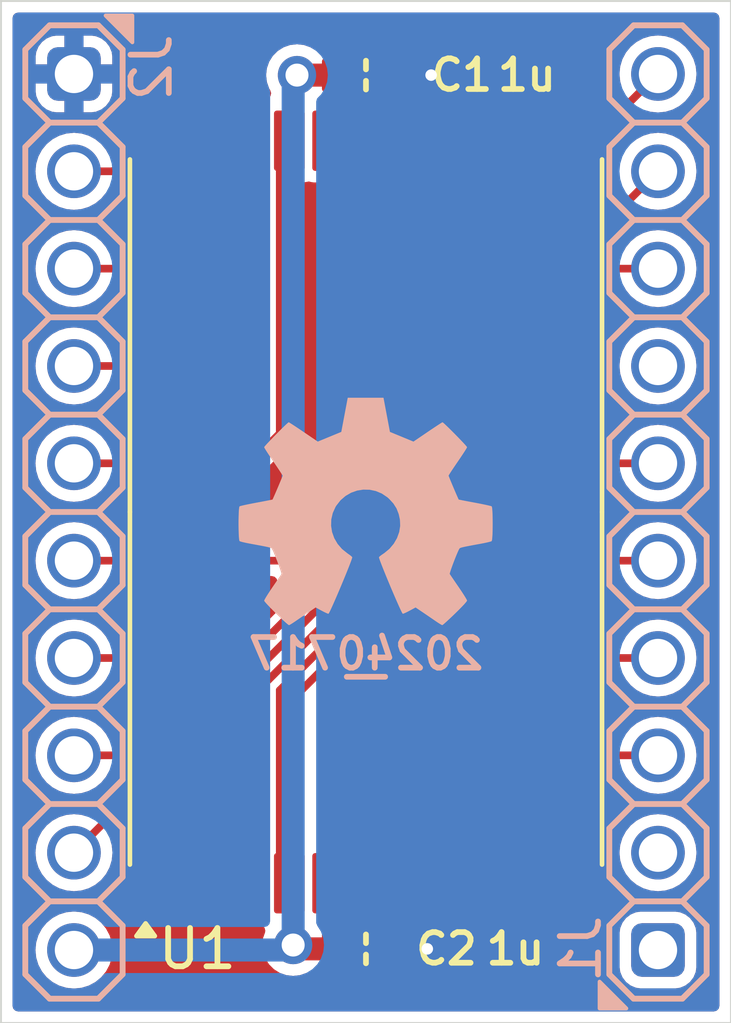
<source format=kicad_pcb>
(kicad_pcb (version 20240108) (generator "pcbnew") (generator_version "8.0")
  (layers (0 "F.Cu" mixed) (31 "B.Cu" mixed) (34 "B.Paste" user) (35 "F.Paste" user) (36 "B.SilkS" user "B.Silkscreen") (37 "F.SilkS" user "F.Silkscreen") (38 "B.Mask" user) (39 "F.Mask" user) (44 "Edge.Cuts" user))
  (net 0 "")
  (net 1 "/VCC")
  (net 2 "/VSS")
  (net 3 "/CLE")
  (net 4 "/!WE")
  (net 5 "/!WP")
  (net 8 "/!CE")
  (net 9 "/R{slash}!B")
  (net 10 "/ALE")
  (net 11 "/!RE")
  (net 12 "/I{slash}O5")
  (net 13 "/I{slash}O7")
  (net 14 "/I{slash}O6")
  (net 15 "/I{slash}O3")
  (net 16 "/I{slash}O4")
  (net 17 "/I{slash}O1")
  (net 18 "/I{slash}O2")
  (net 19 "/I{slash}O0")
  (footprint "SquantorCapacitor:C_0603" (layer "F.Cu") (at 50.8 39.4)
    (property "Reference" "C1" (at 2.5 0 0) (layer "F.SilkS") (effects (font (size 0.8 0.8))))
    (property "Value" "1u" (at 4.2 0 0) (layer "F.SilkS") (effects (font (size 0.8 0.8))))
    (fp_line (start 0 -0.15) (end 0 -0.375) (stroke (width 0.15)) (layer "F.SilkS"))
    (fp_line (start 0 0.375) (end 0 0.15) (stroke (width 0.15)) (layer "F.SilkS"))
    (pad "1" smd roundrect (at -0.75 0) (size 0.8 0.9) (layers "F.Cu" "F.Paste" "F.Mask") (roundrect_rratio 0.125) (net 1 "/VCC"))
    (pad "2" smd roundrect (at 0.75 0) (size 0.8 0.9) (layers "F.Cu" "F.Paste" "F.Mask") (roundrect_rratio 0.125) (net 2 "/VSS"))
  )
  (footprint "Package_SO:TSOP-I-48_18.4x12mm_P0.5mm" (layer "F.Cu") (at 50.8 50.8 90)
    (property "Reference" "U1" (at -11.4 -4.4 180) (layer "F.SilkS"))
    (property "Value" "~")
    (fp_line (start 0 -6.16) (end 9.2 -6.16) (stroke (width 0.12)) (layer "F.SilkS"))
    (fp_line (start 0 -6.16) (end -9.2 -6.16) (stroke (width 0.12)) (layer "F.SilkS"))
    (fp_line (start 0 6.16) (end 9.2 6.16) (stroke (width 0.12)) (layer "F.SilkS"))
    (fp_line (start 0 6.16) (end -9.2 6.16) (stroke (width 0.12)) (layer "F.SilkS"))
    (fp_poly (pts (xy -10.735 -5.75) (xy -11.065 -5.99) (xy -11.065 -5.51) (xy -10.735 -5.75)) (stroke (width 0.12)) (fill solid) (layer "F.SilkS"))
    (pad "1" smd roundrect (at -9.6875 -5.75 90) (size 1.575 0.3) (layers "F.Cu" "F.Paste" "F.Mask"))
    (pad "2" smd roundrect (at -9.6875 -5.25 90) (size 1.575 0.3) (layers "F.Cu" "F.Paste" "F.Mask"))
    (pad "3" smd roundrect (at -9.6875 -4.75 90) (size 1.575 0.3) (layers "F.Cu" "F.Paste" "F.Mask"))
    (pad "4" smd roundrect (at -9.6875 -4.25 90) (size 1.575 0.3) (layers "F.Cu" "F.Paste" "F.Mask"))
    (pad "5" smd roundrect (at -9.6875 -3.75 90) (size 1.575 0.3) (layers "F.Cu" "F.Paste" "F.Mask"))
    (pad "6" smd roundrect (at -9.6875 -3.25 90) (size 1.575 0.3) (layers "F.Cu" "F.Paste" "F.Mask"))
    (pad "7" smd roundrect (at -9.6875 -2.75 90) (size 1.575 0.3) (layers "F.Cu" "F.Paste" "F.Mask") (net 9 "/R{slash}!B"))
    (pad "8" smd roundrect (at -9.6875 -2.25 90) (size 1.575 0.3) (layers "F.Cu" "F.Paste" "F.Mask") (net 11 "/!RE"))
    (pad "9" smd roundrect (at -9.6875 -1.75 90) (size 1.575 0.3) (layers "F.Cu" "F.Paste" "F.Mask") (net 8 "/!CE"))
    (pad "10" smd roundrect (at -9.6875 -1.25 90) (size 1.575 0.3) (layers "F.Cu" "F.Paste" "F.Mask"))
    (pad "11" smd roundrect (at -9.6875 -0.75 90) (size 1.575 0.3) (layers "F.Cu" "F.Paste" "F.Mask"))
    (pad "12" smd roundrect (at -9.6875 -0.25 90) (size 1.575 0.3) (layers "F.Cu" "F.Paste" "F.Mask") (net 1 "/VCC"))
    (pad "13" smd roundrect (at -9.6875 0.25 90) (size 1.575 0.3) (layers "F.Cu" "F.Paste" "F.Mask") (net 2 "/VSS"))
    (pad "14" smd roundrect (at -9.6875 0.75 90) (size 1.575 0.3) (layers "F.Cu" "F.Paste" "F.Mask"))
    (pad "15" smd roundrect (at -9.6875 1.25 90) (size 1.575 0.3) (layers "F.Cu" "F.Paste" "F.Mask"))
    (pad "16" smd roundrect (at -9.6875 1.75 90) (size 1.575 0.3) (layers "F.Cu" "F.Paste" "F.Mask") (net 3 "/CLE"))
    (pad "17" smd roundrect (at -9.6875 2.25 90) (size 1.575 0.3) (layers "F.Cu" "F.Paste" "F.Mask") (net 10 "/ALE"))
    (pad "18" smd roundrect (at -9.6875 2.75 90) (size 1.575 0.3) (layers "F.Cu" "F.Paste" "F.Mask") (net 4 "/!WE"))
    (pad "19" smd roundrect (at -9.6875 3.25 90) (size 1.575 0.3) (layers "F.Cu" "F.Paste" "F.Mask") (net 5 "/!WP"))
    (pad "20" smd roundrect (at -9.6875 3.75 90) (size 1.575 0.3) (layers "F.Cu" "F.Paste" "F.Mask"))
    (pad "21" smd roundrect (at -9.6875 4.25 90) (size 1.575 0.3) (layers "F.Cu" "F.Paste" "F.Mask"))
    (pad "22" smd roundrect (at -9.6875 4.75 90) (size 1.575 0.3) (layers "F.Cu" "F.Paste" "F.Mask"))
    (pad "23" smd roundrect (at -9.6875 5.25 90) (size 1.575 0.3) (layers "F.Cu" "F.Paste" "F.Mask"))
    (pad "24" smd roundrect (at -9.6875 5.75 90) (size 1.575 0.3) (layers "F.Cu" "F.Paste" "F.Mask"))
    (pad "25" smd roundrect (at 9.6875 5.75 90) (size 1.575 0.3) (layers "F.Cu" "F.Paste" "F.Mask"))
    (pad "26" smd roundrect (at 9.6875 5.25 90) (size 1.575 0.3) (layers "F.Cu" "F.Paste" "F.Mask"))
    (pad "27" smd roundrect (at 9.6875 4.75 90) (size 1.575 0.3) (layers "F.Cu" "F.Paste" "F.Mask"))
    (pad "28" smd roundrect (at 9.6875 4.25 90) (size 1.575 0.3) (layers "F.Cu" "F.Paste" "F.Mask"))
    (pad "29" smd roundrect (at 9.6875 3.75 90) (size 1.575 0.3) (layers "F.Cu" "F.Paste" "F.Mask") (net 19 "/I{slash}O0"))
    (pad "30" smd roundrect (at 9.6875 3.25 90) (size 1.575 0.3) (layers "F.Cu" "F.Paste" "F.Mask") (net 17 "/I{slash}O1"))
    (pad "31" smd roundrect (at 9.6875 2.75 90) (size 1.575 0.3) (layers "F.Cu" "F.Paste" "F.Mask") (net 18 "/I{slash}O2"))
    (pad "32" smd roundrect (at 9.6875 2.25 90) (size 1.575 0.3) (layers "F.Cu" "F.Paste" "F.Mask") (net 15 "/I{slash}O3"))
    (pad "33" smd roundrect (at 9.6875 1.75 90) (size 1.575 0.3) (layers "F.Cu" "F.Paste" "F.Mask"))
    (pad "34" smd roundrect (at 9.6875 1.25 90) (size 1.575 0.3) (layers "F.Cu" "F.Paste" "F.Mask"))
    (pad "35" smd roundrect (at 9.6875 0.75 90) (size 1.575 0.3) (layers "F.Cu" "F.Paste" "F.Mask"))
    (pad "36" smd roundrect (at 9.6875 0.25 90) (size 1.575 0.3) (layers "F.Cu" "F.Paste" "F.Mask") (net 2 "/VSS"))
    (pad "37" smd roundrect (at 9.6875 -0.25 90) (size 1.575 0.3) (layers "F.Cu" "F.Paste" "F.Mask") (net 1 "/VCC"))
    (pad "38" smd roundrect (at 9.6875 -0.75 90) (size 1.575 0.3) (layers "F.Cu" "F.Paste" "F.Mask"))
    (pad "39" smd roundrect (at 9.6875 -1.25 90) (size 1.575 0.3) (layers "F.Cu" "F.Paste" "F.Mask"))
    (pad "40" smd roundrect (at 9.6875 -1.75 90) (size 1.575 0.3) (layers "F.Cu" "F.Paste" "F.Mask"))
    (pad "41" smd roundrect (at 9.6875 -2.25 90) (size 1.575 0.3) (layers "F.Cu" "F.Paste" "F.Mask") (net 16 "/I{slash}O4"))
    (pad "42" smd roundrect (at 9.6875 -2.75 90) (size 1.575 0.3) (layers "F.Cu" "F.Paste" "F.Mask") (net 12 "/I{slash}O5"))
    (pad "43" smd roundrect (at 9.6875 -3.25 90) (size 1.575 0.3) (layers "F.Cu" "F.Paste" "F.Mask") (net 14 "/I{slash}O6"))
    (pad "44" smd roundrect (at 9.6875 -3.75 90) (size 1.575 0.3) (layers "F.Cu" "F.Paste" "F.Mask") (net 13 "/I{slash}O7"))
    (pad "45" smd roundrect (at 9.6875 -4.25 90) (size 1.575 0.3) (layers "F.Cu" "F.Paste" "F.Mask"))
    (pad "46" smd roundrect (at 9.6875 -4.75 90) (size 1.575 0.3) (layers "F.Cu" "F.Paste" "F.Mask"))
    (pad "47" smd roundrect (at 9.6875 -5.25 90) (size 1.575 0.3) (layers "F.Cu" "F.Paste" "F.Mask"))
    (pad "48" smd roundrect (at 9.6875 -5.75 90) (size 1.575 0.3) (layers "F.Cu" "F.Paste" "F.Mask"))
  )
  (footprint "SquantorCapacitor:C_0603" (layer "F.Cu") (at 50.8 62.2)
    (property "Reference" "C2" (at 2.1 0 0) (layer "F.SilkS") (effects (font (size 0.8 0.8))))
    (property "Value" "1u" (at 3.9 0 0) (layer "F.SilkS") (effects (font (size 0.8 0.8))))
    (fp_line (start 0 -0.15) (end 0 -0.375) (stroke (width 0.15)) (layer "F.SilkS"))
    (fp_line (start 0 0.375) (end 0 0.15) (stroke (width 0.15)) (layer "F.SilkS"))
    (pad "1" smd roundrect (at -0.75 0) (size 0.8 0.9) (layers "F.Cu" "F.Paste" "F.Mask") (roundrect_rratio 0.125) (net 1 "/VCC"))
    (pad "2" smd roundrect (at 0.75 0) (size 0.8 0.9) (layers "F.Cu" "F.Paste" "F.Mask") (roundrect_rratio 0.125) (net 2 "/VSS"))
  )
  (footprint "SquantorLabels:Label_Generic" (layer "B.Cu") (at 50.8 54.5 180)
    (property "Reference" "N1" (hide yes))
    (property "Value" "20240717" (at 0 0 0) (layer "B.SilkS") (effects (font (size 0.8 0.8)) (justify mirror)))
    (fp_line (start 0.5 -0.6) (end -0.5 -0.6) (stroke (width 0.15)) (layer "B.SilkS"))
  )
  (footprint "Symbol:OSHW-Symbol_6.7x6mm_SilkScreen" (layer "B.Cu") (at 50.8 50.8 180)
    (property "Reference" "N2" (hide yes))
    (property "Value" "OHWLOGO" (hide yes))
    (fp_poly (pts (xy 0.555814 2.531069) (xy 0.639635 2.086445) (xy 0.94892 1.958947) (xy 1.258206 1.831449) (xy 1.629246 2.083754) (xy 1.733157 2.154004) (xy 1.827087 2.216728) (xy 1.906652 2.269062) (xy 1.96747 2.308143) (xy 2.005157 2.331107) (xy 2.015421 2.336058) (xy 2.03391 2.323324) (xy 2.07342 2.288118) (xy 2.129522 2.234938) (xy 2.197787 2.168282) (xy 2.273786 2.092646) (xy 2.353092 2.012528) (xy 2.431275 1.932426) (xy 2.503907 1.856836) (xy 2.566559 1.790255) (xy 2.614803 1.737182) (xy 2.64421 1.702113) (xy 2.651241 1.690377) (xy 2.641123 1.66874) (xy 2.612759 1.621338) (xy 2.569129 1.552807) (xy 2.513218 1.467785) (xy 2.448006 1.370907) (xy 2.410219 1.31565) (xy 2.341343 1.214752) (xy 2.28014 1.123701) (xy 2.229578 1.04703) (xy 2.192628 0.989272) (xy 2.172258 0.954957) (xy 2.169197 0.947746) (xy 2.176136 0.927252) (xy 2.195051 0.879487) (xy 2.223087 0.811168) (xy 2.257391 0.729011) (xy 2.295109 0.63973) (xy 2.333387 0.550042) (xy 2.36937 0.466662) (xy 2.400206 0.396306) (xy 2.423039 0.34569) (xy 2.435017 0.321529) (xy 2.435724 0.320578) (xy 2.454531 0.315964) (xy 2.504618 0.305672) (xy 2.580793 0.290713) (xy 2.677865 0.272099) (xy 2.790643 0.250841) (xy 2.856442 0.238582) (xy 2.97695 0.215638) (xy 3.085797 0.193805) (xy 3.177476 0.174278) (xy 3.246481 0.158252) (xy 3.287304 0.146921) (xy 3.295511 0.143326) (xy 3.303548 0.118994) (xy 3.310033 0.064041) (xy 3.31497 -0.015108) (xy 3.318364 -0.112026) (xy 3.320218 -0.220287) (xy 3.320538 -0.333465) (xy 3.319327 -0.445135) (xy 3.31659 -0.548868) (xy 3.312331 -0.638241) (xy 3.306555 -0.706826) (xy 3.299267 -0.748197) (xy 3.294895 -0.75681) (xy 3.268764 -0.767133) (xy 3.213393 -0.781892) (xy 3.136107 -0.799352) (xy 3.04423 -0.81778) (xy 3.012158 -0.823741) (xy 2.857524 -0.852066) (xy 2.735375 -0.874876) (xy 2.641673 -0.89308) (xy 2.572384 -0.907583) (xy 2.523471 -0.919292) (xy 2.490897 -0.929115) (xy 2.470628 -0.937956) (xy 2.458626 -0.946724) (xy 2.456947 -0.948457) (xy 2.440184 -0.976371) (xy 2.414614 -1.030695) (xy 2.382788 -1.104777) (xy 2.34726 -1.191965) (xy 2.310583 -1.285608) (xy 2.275311 -1.379052) (xy 2.243996 -1.465647) (xy 2.219193 -1.53874) (xy 2.203454 -1.591678) (xy 2.199332 -1.617811) (xy 2.199676 -1.618726) (xy 2.213641 -1.640086) (xy 2.245322 -1.687084) (xy 2.291391 -1.754827) (xy 2.348518 -1.838423) (xy 2.413373 -1.932982) (xy 2.431843 -1.959854) (xy 2.497699 -2.057275) (xy 2.55565 -2.146163) (xy 2.602538 -2.221412) (xy 2.635207 -2.27792) (xy 2.6505 -2.310581) (xy 2.651241 -2.314593) (xy 2.638392 -2.335684) (xy 2.602888 -2.377464) (xy 2.549293 -2.435445) (xy 2.482171 -2.505135) (xy 2.406087 -2.582045) (xy 2.325604 -2.661683) (xy 2.245287 -2.739561) (xy 2.169699 -2.811186) (xy 2.103405 -2.87207) (xy 2.050969 -2.917721) (xy 2.016955 -2.94365) (xy 2.007545 -2.947883) (xy 1.985643 -2.937912) (xy 1.9408 -2.91102) (xy 1.880321 -2.871736) (xy 1.833789 -2.840117) (xy 1.749475 -2.782098) (xy 1.649626 -2.713784) (xy 1.549473 -2.645579) (xy 1.495627 -2.609075) (xy 1.313371 -2.4858) (xy 1.160381 -2.56852) (xy 1.090682 -2.604759) (xy 1.031414 -2.632926) (xy 0.991311 -2.648991) (xy 0.981103 -2.651226) (xy 0.968829 -2.634722) (xy 0.944613 -2.588082) (xy 0.910263 -2.515609) (xy 0.867588 -2.421606) (xy 0.818394 -2.310374) (xy 0.76449 -2.186215) (xy 0.707684 -2.053432) (xy 0.649782 -1.916327) (xy 0.592593 -1.779202) (xy 0.537924 -1.646358) (xy 0.487584 -1.522098) (xy 0.44338 -1.410725) (xy 0.407119 -1.316539) (xy 0.380609 -1.243844) (xy 0.365658 -1.196941) (xy 0.363254 -1.180833) (xy 0.382311 -1.160286) (xy 0.424036 -1.126933) (xy 0.479706 -1.087702) (xy 0.484378 -1.084599) (xy 0.628264 -0.969423) (xy 0.744283 -0.835053) (xy 0.83143 -0.685784) (xy 0.888699 -0.525913) (xy 0.915086 -0.359737) (xy 0.909585 -0.191552) (xy 0.87119 -0.025655) (xy 0.798895 0.133658) (xy 0.777626 0.168513) (xy 0.666996 0.309263) (xy 0.536302 0.422286) (xy 0.390064 0.506997) (xy 0.232808 0.562806) (xy 0.069057 0.589126) (xy -0.096667 0.58537) (xy -0.259838 0.55095) (xy -0.415935 0.485277) (xy -0.560433 0.387765) (xy -0.605131 0.348187) (xy -0.718888 0.224297) (xy -0.801782 0.093876) (xy -0.858644 -0.052315) (xy -0.890313 -0.197088) (xy -0.898131 -0.35986) (xy -0.872062 -0.52344) (xy -0.814755 -0.682298) (xy -0.728856 -0.830906) (xy -0.617014 -0.963735) (xy -0.481877 -1.075256) (xy -0.464117 -1.087011) (xy -0.40785 -1.125508) (xy -0.365077 -1.158863) (xy -0.344628 -1.18016) (xy -0.344331 -1.180833) (xy -0.348721 -1.203871) (xy -0.366124 -1.256157) (xy -0.394732 -1.33339) (xy -0.432735 -1.431268) (xy -0.478326 -1.545491) (xy -0.529697 -1.671758) (xy -0.585038 -1.805767) (xy -0.642542 -1.943218) (xy -0.700399 -2.079808) (xy -0.756802 -2.211237) (xy -0.809942 -2.333205) (xy -0.85801 -2.441409) (xy -0.899199 -2.531549) (xy -0.931699 -2.599323) (xy -0.953703 -2.64043) (xy -0.962564 -2.651226) (xy -0.98964 -2.642819) (xy -1.040303 -2.620272) (xy -1.105817 -2.587613) (xy -1.141841 -2.56852) (xy -1.294832 -2.4858) (xy -1.477088 -2.609075) (xy -1.570125 -2.672228) (xy -1.671985 -2.741727) (xy -1.767438 -2.807165) (xy -1.81525 -2.840117) (xy -1.882495 -2.885273) (xy -1.939436 -2.921057) (xy -1.978646 -2.942938) (xy -1.991381 -2.947563) (xy -2.009917 -2.935085) (xy -2.050941 -2.900252) (xy -2.110475 -2.846678) (xy -2.184542 -2.777983) (xy -2.269165 -2.697781) (xy -2.322685 -2.646286) (xy -2.416319 -2.554286) (xy -2.497241 -2.471999) (xy -2.562177 -2.402945) (xy -2.607858 -2.350644) (xy -2.631011 -2.318616) (xy -2.633232 -2.312116) (xy -2.622924 -2.287394) (xy -2.594439 -2.237405) (xy -2.550937 -2.167212) (xy -2.495577 -2.081875) (xy -2.43152 -1.986456) (xy -2.413303 -1.959854) (xy -2.346927 -1.863167) (xy -2.287378 -1.776117) (xy -2.237984 -1.703595) (xy -2.202075 -1.650493) (xy -2.182981 -1.621703) (xy -2.181136 -1.618726) (xy -2.183895 -1.595782) (xy -2.198538 -1.545336) (xy -2.222513 -1.474041) (xy -2.253266 -1.388547) (xy -2.288244 -1.295507) (xy -2.324893 -1.201574) (xy -2.360661 -1.113399) (xy -2.392994 -1.037634) (xy -2.419338 -0.980931) (xy -2.437142 -0.949943) (xy -2.438407 -0.948457) (xy -2.449294 -0.939601) (xy -2.467682 -0.930843) (xy -2.497606 -0.921277) (xy -2.543103 -0.909996) (xy -2.608209 -0.896093) (xy -2.696961 -0.878663) (xy -2.813393 -0.856798) (xy -2.961542 -0.829591) (xy -2.993618 -0.823741) (xy -3.088686 -0.805374) (xy -3.171565 -0.787405) (xy -3.23493 -0.771569) (xy -3.271458 -0.7596) (xy -3.276356 -0.75681) (xy -3.284427 -0.732072) (xy -3.290987 -0.67679) (xy -3.296033 -0.597389) (xy -3.299559 -0.500296) (xy -3.301561 -0.391938) (xy -3.302036 -0.27874) (xy -3.300977 -0.167128) (xy -3.298382 -0.063529) (xy -3.294246 0.025632) (xy -3.288563 0.093928) (xy -3.281331 0.134934) (xy -3.276971 0.143326) (xy -3.252698 0.151792) (xy -3.197426 0.165565) (xy -3.116662 0.18345) (xy -3.015912 0.204252) (xy -2.900683 0.226777) (xy -2.837902 0.238582) (xy -2.718787 0.260849) (xy -2.612565 0.281021) (xy -2.524427 0.298085) (xy -2.459566 0.311031) (xy -2.423174 0.318845) (xy -2.417184 0.320578) (xy -2.407061 0.34011) (xy -2.385662 0.387157) (xy -2.355839 0.454997) (xy -2.320445 0.536909) (xy -2.282332 0.626172) (xy -2.244353 0.716065) (xy -2.20936 0.799865) (xy -2.180206 0.870853) (xy -2.159743 0.922306) (xy -2.150823 0.947503) (xy -2.150657 0.948604) (xy -2.160769 0.968481) (xy -2.189117 1.014223) (xy -2.232723 1.081283) (xy -2.288606 1.165116) (xy -2.353787 1.261174) (xy -2.391679 1.31635) (xy -2.460725 1.417519) (xy -2.52205 1.50937) (xy -2.572663 1.587256) (xy -2.609571 1.646531) (xy -2.629782 1.682549) (xy -2.632701 1.690623) (xy -2.620153 1.709416) (xy -2.585463 1.749543) (xy -2.533063 1.806507) (xy -2.467384 1.875815) (xy -2.392856 1.952969) (xy -2.313913 2.033475) (xy -2.234983 2.112837) (xy -2.1605 2.18656) (xy -2.094894 2.250148) (xy -2.042596 2.299106) (xy -2.008039 2.328939) (xy -1.996478 2.336058) (xy -1.977654 2.326047) (xy -1.932631 2.297922) (xy -1.865787 2.254546) (xy -1.781499 2.198782) (xy -1.684144 2.133494) (xy -1.610707 2.083754) (xy -1.239667 1.831449) (xy -0.621095 2.086445) (xy -0.537275 2.531069) (xy -0.453454 2.975693) (xy 0.471994 2.975693) (xy 0.555814 2.531069)) (stroke (width 0.01)) (fill solid) (layer "B.SilkS"))
  )
  (footprint "SquantorConnectors:Header-0254-1X10-H010" (layer "B.Cu") (at 58.42 50.8 90)
    (property "Reference" "J1" (at -11.4 -2.02 90) (layer "B.SilkS") (effects (justify mirror)))
    (property "Value" "Conn_01x10")
    (fp_line (start 12.065 -1.27) (end 12.7 -0.635) (stroke (width 0.1524)) (layer "B.SilkS"))
    (fp_line (start 10.795 -1.27) (end 12.065 -1.27) (stroke (width 0.1524)) (layer "B.SilkS"))
    (fp_line (start 10.795 -1.27) (end 10.16 -0.635) (stroke (width 0.1524)) (layer "B.SilkS"))
    (fp_line (start 9.525 -1.27) (end 10.16 -0.635) (stroke (width 0.1524)) (layer "B.SilkS"))
    (fp_line (start 8.255 -1.27) (end 9.525 -1.27) (stroke (width 0.1524)) (layer "B.SilkS"))
    (fp_line (start 6.985 -1.27) (end 7.62 -0.635) (stroke (width 0.1524)) (layer "B.SilkS"))
    (fp_line (start 5.715 -1.27) (end 6.985 -1.27) (stroke (width 0.1524)) (layer "B.SilkS"))
    (fp_line (start 4.445 -1.27) (end 5.08 -0.635) (stroke (width 0.1524)) (layer "B.SilkS"))
    (fp_line (start 3.175 -1.27) (end 4.445 -1.27) (stroke (width 0.1524)) (layer "B.SilkS"))
    (fp_line (start 3.175 -1.27) (end 2.54 -0.635) (stroke (width 0.1524)) (layer "B.SilkS"))
    (fp_line (start 1.905 -1.27) (end 2.54 -0.635) (stroke (width 0.1524)) (layer "B.SilkS"))
    (fp_line (start 0.635 -1.27) (end 1.905 -1.27) (stroke (width 0.1524)) (layer "B.SilkS"))
    (fp_line (start -0.635 -1.27) (end 0 -0.635) (stroke (width 0.1524)) (layer "B.SilkS"))
    (fp_line (start -1.905 -1.27) (end -0.635 -1.27) (stroke (width 0.1524)) (layer "B.SilkS"))
    (fp_line (start -3.175 -1.27) (end -2.54 -0.635) (stroke (width 0.1524)) (layer "B.SilkS"))
    (fp_line (start -4.445 -1.27) (end -3.175 -1.27) (stroke (width 0.1524)) (layer "B.SilkS"))
    (fp_line (start -4.445 -1.27) (end -5.08 -0.635) (stroke (width 0.1524)) (layer "B.SilkS"))
    (fp_line (start -5.715 -1.27) (end -5.08 -0.635) (stroke (width 0.1524)) (layer "B.SilkS"))
    (fp_line (start -6.985 -1.27) (end -5.715 -1.27) (stroke (width 0.1524)) (layer "B.SilkS"))
    (fp_line (start -8.255 -1.27) (end -7.62 -0.635) (stroke (width 0.1524)) (layer "B.SilkS"))
    (fp_line (start -9.525 -1.27) (end -8.255 -1.27) (stroke (width 0.1524)) (layer "B.SilkS"))
    (fp_line (start -10.795 -1.27) (end -10.16 -0.635) (stroke (width 0.1524)) (layer "B.SilkS"))
    (fp_line (start -12.065 -1.27) (end -10.795 -1.27) (stroke (width 0.1524)) (layer "B.SilkS"))
    (fp_line (start -12.065 -1.27) (end -12.7 -0.635) (stroke (width 0.1524)) (layer "B.SilkS"))
    (fp_line (start 12.7 -0.635) (end 12.7 0.635) (stroke (width 0.1524)) (layer "B.SilkS"))
    (fp_line (start 10.16 -0.635) (end 10.16 0.635) (stroke (width 0.1524)) (layer "B.SilkS"))
    (fp_line (start 7.62 -0.635) (end 8.255 -1.27) (stroke (width 0.1524)) (layer "B.SilkS"))
    (fp_line (start 7.62 -0.635) (end 7.62 0.635) (stroke (width 0.1524)) (layer "B.SilkS"))
    (fp_line (start 5.08 -0.635) (end 5.715 -1.27) (stroke (width 0.1524)) (layer "B.SilkS"))
    (fp_line (start 5.08 -0.635) (end 5.08 0.635) (stroke (width 0.1524)) (layer "B.SilkS"))
    (fp_line (start 2.54 -0.635) (end 2.54 0.635) (stroke (width 0.1524)) (layer "B.SilkS"))
    (fp_line (start 0 -0.635) (end 0.635 -1.27) (stroke (width 0.1524)) (layer "B.SilkS"))
    (fp_line (start 0 -0.635) (end 0 0.635) (stroke (width 0.1524)) (layer "B.SilkS"))
    (fp_line (start -2.54 -0.635) (end -1.905 -1.27) (stroke (width 0.1524)) (layer "B.SilkS"))
    (fp_line (start -2.54 -0.635) (end -2.54 0.635) (stroke (width 0.1524)) (layer "B.SilkS"))
    (fp_line (start -5.08 -0.635) (end -5.08 0.635) (stroke (width 0.1524)) (layer "B.SilkS"))
    (fp_line (start -7.62 -0.635) (end -6.985 -1.27) (stroke (width 0.1524)) (layer "B.SilkS"))
    (fp_line (start -7.62 -0.635) (end -7.62 0.635) (stroke (width 0.1524)) (layer "B.SilkS"))
    (fp_line (start -10.16 -0.635) (end -9.525 -1.27) (stroke (width 0.1524)) (layer "B.SilkS"))
    (fp_line (start -10.16 -0.635) (end -10.16 0.635) (stroke (width 0.1524)) (layer "B.SilkS"))
    (fp_line (start -12.7 -0.635) (end -12.7 0.635) (stroke (width 0.1524)) (layer "B.SilkS"))
    (fp_line (start 12.7 0.635) (end 12.065 1.27) (stroke (width 0.1524)) (layer "B.SilkS"))
    (fp_line (start 10.16 0.635) (end 10.795 1.27) (stroke (width 0.1524)) (layer "B.SilkS"))
    (fp_line (start 10.16 0.635) (end 9.525 1.27) (stroke (width 0.1524)) (layer "B.SilkS"))
    (fp_line (start 7.62 0.635) (end 6.985 1.27) (stroke (width 0.1524)) (layer "B.SilkS"))
    (fp_line (start 5.08 0.635) (end 4.445 1.27) (stroke (width 0.1524)) (layer "B.SilkS"))
    (fp_line (start 2.54 0.635) (end 3.175 1.27) (stroke (width 0.1524)) (layer "B.SilkS"))
    (fp_line (start 2.54 0.635) (end 1.905 1.27) (stroke (width 0.1524)) (layer "B.SilkS"))
    (fp_line (start 0 0.635) (end -0.635 1.27) (stroke (width 0.1524)) (layer "B.SilkS"))
    (fp_line (start -2.54 0.635) (end -3.175 1.27) (stroke (width 0.1524)) (layer "B.SilkS"))
    (fp_line (start -5.08 0.635) (end -4.445 1.27) (stroke (width 0.1524)) (layer "B.SilkS"))
    (fp_line (start -5.08 0.635) (end -5.715 1.27) (stroke (width 0.1524)) (layer "B.SilkS"))
    (fp_line (start -7.62 0.635) (end -8.255 1.27) (stroke (width 0.1524)) (layer "B.SilkS"))
    (fp_line (start -10.16 0.635) (end -10.795 1.27) (stroke (width 0.1524)) (layer "B.SilkS"))
    (fp_line (start -12.7 0.635) (end -12.065 1.27) (stroke (width 0.1524)) (layer "B.SilkS"))
    (fp_line (start 12.065 1.27) (end 10.795 1.27) (stroke (width 0.1524)) (layer "B.SilkS"))
    (fp_line (start 9.525 1.27) (end 8.255 1.27) (stroke (width 0.1524)) (layer "B.SilkS"))
    (fp_line (start 8.255 1.27) (end 7.62 0.635) (stroke (width 0.1524)) (layer "B.SilkS"))
    (fp_line (start 6.985 1.27) (end 5.715 1.27) (stroke (width 0.1524)) (layer "B.SilkS"))
    (fp_line (start 5.715 1.27) (end 5.08 0.635) (stroke (width 0.1524)) (layer "B.SilkS"))
    (fp_line (start 4.445 1.27) (end 3.175 1.27) (stroke (width 0.1524)) (layer "B.SilkS"))
    (fp_line (start 1.905 1.27) (end 0.635 1.27) (stroke (width 0.1524)) (layer "B.SilkS"))
    (fp_line (start 0.635 1.27) (end 0 0.635) (stroke (width 0.1524)) (layer "B.SilkS"))
    (fp_line (start -0.635 1.27) (end -1.905 1.27) (stroke (width 0.1524)) (layer "B.SilkS"))
    (fp_line (start -1.905 1.27) (end -2.54 0.635) (stroke (width 0.1524)) (layer "B.SilkS"))
    (fp_line (start -3.175 1.27) (end -4.445 1.27) (stroke (width 0.1524)) (layer "B.SilkS"))
    (fp_line (start -5.715 1.27) (end -6.985 1.27) (stroke (width 0.1524)) (layer "B.SilkS"))
    (fp_line (start -6.985 1.27) (end -7.62 0.635) (stroke (width 0.1524)) (layer "B.SilkS"))
    (fp_line (start -8.255 1.27) (end -9.525 1.27) (stroke (width 0.1524)) (layer "B.SilkS"))
    (fp_line (start -9.525 1.27) (end -10.16 0.635) (stroke (width 0.1524)) (layer "B.SilkS"))
    (fp_line (start -10.795 1.27) (end -12.065 1.27) (stroke (width 0.1524)) (layer "B.SilkS"))
    (fp_poly (pts (xy -12.954 -0.8255) (xy -12.954 -1.524) (xy -12.2555 -1.524)) (stroke (width 0.1)) (fill solid) (layer "B.SilkS"))
    (pad "1" thru_hole roundrect (at -11.43 0 270) (size 1.4 1.4) (drill 1) (layers "*.Cu" "*.Mask") (roundrect_rratio 0.2))
    (pad "2" thru_hole circle (at -8.89 0 270) (size 1.4 1.4) (drill 1) (layers "*.Cu" "*.Mask"))
    (pad "3" thru_hole circle (at -6.35 0 270) (size 1.4 1.4) (drill 1) (layers "*.Cu" "*.Mask") (net 5 "/!WP"))
    (pad "4" thru_hole circle (at -3.81 0 270) (size 1.4 1.4) (drill 1) (layers "*.Cu" "*.Mask") (net 4 "/!WE"))
    (pad "5" thru_hole circle (at -1.27 0 270) (size 1.4 1.4) (drill 1) (layers "*.Cu" "*.Mask") (net 10 "/ALE"))
    (pad "6" thru_hole circle (at 1.27 0 270) (size 1.4 1.4) (drill 1) (layers "*.Cu" "*.Mask") (net 3 "/CLE"))
    (pad "7" thru_hole circle (at 3.81 0 270) (size 1.4 1.4) (drill 1) (layers "*.Cu" "*.Mask"))
    (pad "8" thru_hole circle (at 6.35 0 270) (size 1.4 1.4) (drill 1) (layers "*.Cu" "*.Mask") (net 8 "/!CE"))
    (pad "9" thru_hole circle (at 8.89 0 270) (size 1.4 1.4) (drill 1) (layers "*.Cu" "*.Mask") (net 11 "/!RE"))
    (pad "10" thru_hole circle (at 11.43 0 270) (size 1.4 1.4) (drill 1) (layers "*.Cu" "*.Mask") (net 9 "/R{slash}!B"))
  )
  (footprint "SquantorConnectors:Header-0254-1X10-H010" (layer "B.Cu") (at 43.18 50.8 -90)
    (property "Reference" "J2" (at -11.6 -2.02 90) (layer "B.SilkS") (effects (justify mirror)))
    (property "Value" "Conn_01x10")
    (fp_line (start -10.795 1.27) (end -12.065 1.27) (stroke (width 0.1524)) (layer "B.SilkS"))
    (fp_line (start -9.525 1.27) (end -10.16 0.635) (stroke (width 0.1524)) (layer "B.SilkS"))
    (fp_line (start -8.255 1.27) (end -9.525 1.27) (stroke (width 0.1524)) (layer "B.SilkS"))
    (fp_line (start -6.985 1.27) (end -7.62 0.635) (stroke (width 0.1524)) (layer "B.SilkS"))
    (fp_line (start -5.715 1.27) (end -6.985 1.27) (stroke (width 0.1524)) (layer "B.SilkS"))
    (fp_line (start -3.175 1.27) (end -4.445 1.27) (stroke (width 0.1524)) (layer "B.SilkS"))
    (fp_line (start -1.905 1.27) (end -2.54 0.635) (stroke (width 0.1524)) (layer "B.SilkS"))
    (fp_line (start -0.635 1.27) (end -1.905 1.27) (stroke (width 0.1524)) (layer "B.SilkS"))
    (fp_line (start 0.635 1.27) (end 0 0.635) (stroke (width 0.1524)) (layer "B.SilkS"))
    (fp_line (start 1.905 1.27) (end 0.635 1.27) (stroke (width 0.1524)) (layer "B.SilkS"))
    (fp_line (start 4.445 1.27) (end 3.175 1.27) (stroke (width 0.1524)) (layer "B.SilkS"))
    (fp_line (start 5.715 1.27) (end 5.08 0.635) (stroke (width 0.1524)) (layer "B.SilkS"))
    (fp_line (start 6.985 1.27) (end 5.715 1.27) (stroke (width 0.1524)) (layer "B.SilkS"))
    (fp_line (start 8.255 1.27) (end 7.62 0.635) (stroke (width 0.1524)) (layer "B.SilkS"))
    (fp_line (start 9.525 1.27) (end 8.255 1.27) (stroke (width 0.1524)) (layer "B.SilkS"))
    (fp_line (start 12.065 1.27) (end 10.795 1.27) (stroke (width 0.1524)) (layer "B.SilkS"))
    (fp_line (start -12.7 0.635) (end -12.065 1.27) (stroke (width 0.1524)) (layer "B.SilkS"))
    (fp_line (start -10.16 0.635) (end -10.795 1.27) (stroke (width 0.1524)) (layer "B.SilkS"))
    (fp_line (start -7.62 0.635) (end -8.255 1.27) (stroke (width 0.1524)) (layer "B.SilkS"))
    (fp_line (start -5.08 0.635) (end -5.715 1.27) (stroke (width 0.1524)) (layer "B.SilkS"))
    (fp_line (start -5.08 0.635) (end -4.445 1.27) (stroke (width 0.1524)) (layer "B.SilkS"))
    (fp_line (start -2.54 0.635) (end -3.175 1.27) (stroke (width 0.1524)) (layer "B.SilkS"))
    (fp_line (start 0 0.635) (end -0.635 1.27) (stroke (width 0.1524)) (layer "B.SilkS"))
    (fp_line (start 2.54 0.635) (end 1.905 1.27) (stroke (width 0.1524)) (layer "B.SilkS"))
    (fp_line (start 2.54 0.635) (end 3.175 1.27) (stroke (width 0.1524)) (layer "B.SilkS"))
    (fp_line (start 5.08 0.635) (end 4.445 1.27) (stroke (width 0.1524)) (layer "B.SilkS"))
    (fp_line (start 7.62 0.635) (end 6.985 1.27) (stroke (width 0.1524)) (layer "B.SilkS"))
    (fp_line (start 10.16 0.635) (end 9.525 1.27) (stroke (width 0.1524)) (layer "B.SilkS"))
    (fp_line (start 10.16 0.635) (end 10.795 1.27) (stroke (width 0.1524)) (layer "B.SilkS"))
    (fp_line (start 12.7 0.635) (end 12.065 1.27) (stroke (width 0.1524)) (layer "B.SilkS"))
    (fp_line (start -12.7 -0.635) (end -12.7 0.635) (stroke (width 0.1524)) (layer "B.SilkS"))
    (fp_line (start -10.16 -0.635) (end -10.16 0.635) (stroke (width 0.1524)) (layer "B.SilkS"))
    (fp_line (start -10.16 -0.635) (end -9.525 -1.27) (stroke (width 0.1524)) (layer "B.SilkS"))
    (fp_line (start -7.62 -0.635) (end -7.62 0.635) (stroke (width 0.1524)) (layer "B.SilkS"))
    (fp_line (start -7.62 -0.635) (end -6.985 -1.27) (stroke (width 0.1524)) (layer "B.SilkS"))
    (fp_line (start -5.08 -0.635) (end -5.08 0.635) (stroke (width 0.1524)) (layer "B.SilkS"))
    (fp_line (start -2.54 -0.635) (end -2.54 0.635) (stroke (width 0.1524)) (layer "B.SilkS"))
    (fp_line (start -2.54 -0.635) (end -1.905 -1.27) (stroke (width 0.1524)) (layer "B.SilkS"))
    (fp_line (start 0 -0.635) (end 0 0.635) (stroke (width 0.1524)) (layer "B.SilkS"))
    (fp_line (start 0 -0.635) (end 0.635 -1.27) (stroke (width 0.1524)) (layer "B.SilkS"))
    (fp_line (start 2.54 -0.635) (end 2.54 0.635) (stroke (width 0.1524)) (layer "B.SilkS"))
    (fp_line (start 5.08 -0.635) (end 5.08 0.635) (stroke (width 0.1524)) (layer "B.SilkS"))
    (fp_line (start 5.08 -0.635) (end 5.715 -1.27) (stroke (width 0.1524)) (layer "B.SilkS"))
    (fp_line (start 7.62 -0.635) (end 7.62 0.635) (stroke (width 0.1524)) (layer "B.SilkS"))
    (fp_line (start 7.62 -0.635) (end 8.255 -1.27) (stroke (width 0.1524)) (layer "B.SilkS"))
    (fp_line (start 10.16 -0.635) (end 10.16 0.635) (stroke (width 0.1524)) (layer "B.SilkS"))
    (fp_line (start 12.7 -0.635) (end 12.7 0.635) (stroke (width 0.1524)) (layer "B.SilkS"))
    (fp_line (start -12.065 -1.27) (end -12.7 -0.635) (stroke (width 0.1524)) (layer "B.SilkS"))
    (fp_line (start -12.065 -1.27) (end -10.795 -1.27) (stroke (width 0.1524)) (layer "B.SilkS"))
    (fp_line (start -10.795 -1.27) (end -10.16 -0.635) (stroke (width 0.1524)) (layer "B.SilkS"))
    (fp_line (start -9.525 -1.27) (end -8.255 -1.27) (stroke (width 0.1524)) (layer "B.SilkS"))
    (fp_line (start -8.255 -1.27) (end -7.62 -0.635) (stroke (width 0.1524)) (layer "B.SilkS"))
    (fp_line (start -6.985 -1.27) (end -5.715 -1.27) (stroke (width 0.1524)) (layer "B.SilkS"))
    (fp_line (start -5.715 -1.27) (end -5.08 -0.635) (stroke (width 0.1524)) (layer "B.SilkS"))
    (fp_line (start -4.445 -1.27) (end -5.08 -0.635) (stroke (width 0.1524)) (layer "B.SilkS"))
    (fp_line (start -4.445 -1.27) (end -3.175 -1.27) (stroke (width 0.1524)) (layer "B.SilkS"))
    (fp_line (start -3.175 -1.27) (end -2.54 -0.635) (stroke (width 0.1524)) (layer "B.SilkS"))
    (fp_line (start -1.905 -1.27) (end -0.635 -1.27) (stroke (width 0.1524)) (layer "B.SilkS"))
    (fp_line (start -0.635 -1.27) (end 0 -0.635) (stroke (width 0.1524)) (layer "B.SilkS"))
    (fp_line (start 0.635 -1.27) (end 1.905 -1.27) (stroke (width 0.1524)) (layer "B.SilkS"))
    (fp_line (start 1.905 -1.27) (end 2.54 -0.635) (stroke (width 0.1524)) (layer "B.SilkS"))
    (fp_line (start 3.175 -1.27) (end 2.54 -0.635) (stroke (width 0.1524)) (layer "B.SilkS"))
    (fp_line (start 3.175 -1.27) (end 4.445 -1.27) (stroke (width 0.1524)) (layer "B.SilkS"))
    (fp_line (start 4.445 -1.27) (end 5.08 -0.635) (stroke (width 0.1524)) (layer "B.SilkS"))
    (fp_line (start 5.715 -1.27) (end 6.985 -1.27) (stroke (width 0.1524)) (layer "B.SilkS"))
    (fp_line (start 6.985 -1.27) (end 7.62 -0.635) (stroke (width 0.1524)) (layer "B.SilkS"))
    (fp_line (start 8.255 -1.27) (end 9.525 -1.27) (stroke (width 0.1524)) (layer "B.SilkS"))
    (fp_line (start 9.525 -1.27) (end 10.16 -0.635) (stroke (width 0.1524)) (layer "B.SilkS"))
    (fp_line (start 10.795 -1.27) (end 10.16 -0.635) (stroke (width 0.1524)) (layer "B.SilkS"))
    (fp_line (start 10.795 -1.27) (end 12.065 -1.27) (stroke (width 0.1524)) (layer "B.SilkS"))
    (fp_line (start 12.065 -1.27) (end 12.7 -0.635) (stroke (width 0.1524)) (layer "B.SilkS"))
    (fp_poly (pts (xy -12.954 -0.8255) (xy -12.954 -1.524) (xy -12.2555 -1.524)) (stroke (width 0.1)) (fill solid) (layer "B.SilkS"))
    (pad "1" thru_hole roundrect (at -11.43 0 90) (size 1.4 1.4) (drill 1) (layers "*.Cu" "*.Mask") (roundrect_rratio 0.2) (net 2 "/VSS"))
    (pad "2" thru_hole circle (at -8.89 0 90) (size 1.4 1.4) (drill 1) (layers "*.Cu" "*.Mask") (net 13 "/I{slash}O7"))
    (pad "3" thru_hole circle (at -6.35 0 90) (size 1.4 1.4) (drill 1) (layers "*.Cu" "*.Mask") (net 14 "/I{slash}O6"))
    (pad "4" thru_hole circle (at -3.81 0 90) (size 1.4 1.4) (drill 1) (layers "*.Cu" "*.Mask") (net 12 "/I{slash}O5"))
    (pad "5" thru_hole circle (at -1.27 0 90) (size 1.4 1.4) (drill 1) (layers "*.Cu" "*.Mask") (net 16 "/I{slash}O4"))
    (pad "6" thru_hole circle (at 1.27 0 90) (size 1.4 1.4) (drill 1) (layers "*.Cu" "*.Mask") (net 15 "/I{slash}O3"))
    (pad "7" thru_hole circle (at 3.81 0 90) (size 1.4 1.4) (drill 1) (layers "*.Cu" "*.Mask") (net 18 "/I{slash}O2"))
    (pad "8" thru_hole circle (at 6.35 0 90) (size 1.4 1.4) (drill 1) (layers "*.Cu" "*.Mask") (net 17 "/I{slash}O1"))
    (pad "9" thru_hole circle (at 8.89 0 90) (size 1.4 1.4) (drill 1) (layers "*.Cu" "*.Mask") (net 19 "/I{slash}O0"))
    (pad "10" thru_hole circle (at 11.43 0 90) (size 1.4 1.4) (drill 1) (layers "*.Cu" "*.Mask") (net 1 "/VCC"))
  )
  (gr_line (start 60.325 37.465) (end 60.325 64.135) (stroke (width 0.05)) (layer "Edge.Cuts"))
  (gr_line (start 41.275 37.465) (end 60.325 37.465) (stroke (width 0.05)) (layer "Edge.Cuts"))
  (gr_line (start 41.275 64.135) (end 41.275 37.465) (stroke (width 0.05)) (layer "Edge.Cuts"))
  (gr_line (start 60.325 64.135) (end 41.275 64.135) (stroke (width 0.05)) (layer "Edge.Cuts"))
  (segment (start 48.9 62.1) (end 49 62.2) (width 0.6) (layer "F.Cu") (net 1))
  (segment (start 49 62.2) (end 50.05 62.2) (width 0.6) (layer "F.Cu") (net 1))
  (segment (start 50.05 62.2) (end 50.55 61.7) (width 0.2) (layer "F.Cu") (net 1))
  (segment (start 49 39.4) (end 50.05 39.4) (width 0.6) (layer "F.Cu") (net 1))
  (segment (start 50.55 61.7) (end 50.55 60.4875) (width 0.2) (layer "F.Cu") (net 1))
  (segment (start 50.55 39.9) (end 50.05 39.4) (width 0.2) (layer "F.Cu") (net 1))
  (segment (start 50.55 41.1125) (end 50.55 39.9) (width 0.2) (layer "F.Cu") (net 1))
  (via (at 49 39.4) (size 1) (drill 0.6) (layers "F.Cu" "B.Cu") (net 1))
  (via (at 48.9 62.1) (size 1) (drill 0.6) (layers "F.Cu" "B.Cu") (net 1))
  (segment (start 48.77 62.23) (end 43.18 62.23) (width 0.6) (layer "B.Cu") (net 1))
  (segment (start 48.9 62.1) (end 48.77 62.23) (width 0.6) (layer "B.Cu") (net 1))
  (segment (start 48.9 39.5) (end 49 39.4) (width 0.6) (layer "B.Cu") (net 1))
  (segment (start 48.9 62.1) (end 48.9 39.5) (width 0.6) (layer "B.Cu") (net 1))
  (segment (start 51.55 62.2) (end 51.05 61.7) (width 0.2) (layer "F.Cu") (net 2))
  (segment (start 51.05 39.9) (end 51.55 39.4) (width 0.2) (layer "F.Cu") (net 2))
  (segment (start 51.05 61.7) (end 51.05 60.4875) (width 0.2) (layer "F.Cu") (net 2))
  (segment (start 51.05 41.1125) (end 51.05 39.9) (width 0.2) (layer "F.Cu") (net 2))
  (via (at 52.5 39.4) (size 0.7) (drill 0.3) (layers "F.Cu" "B.Cu") (net 2))
  (via (at 52.4 62.2) (size 0.7) (drill 0.3) (layers "F.Cu" "B.Cu") (net 2))
  (segment (start 52.55 52.582744) (end 55.602744 49.53) (width 0.2) (layer "F.Cu") (net 3))
  (segment (start 55.602744 49.53) (end 58.42 49.53) (width 0.2) (layer "F.Cu") (net 3))
  (segment (start 52.55 60.4875) (end 52.55 52.582744) (width 0.2) (layer "F.Cu") (net 3))
  (segment (start 53.55 55.05) (end 53.99 54.61) (width 0.2) (layer "F.Cu") (net 4))
  (segment (start 53.55 60.4875) (end 53.55 55.05) (width 0.2) (layer "F.Cu") (net 4))
  (segment (start 53.99 54.61) (end 58.42 54.61) (width 0.2) (layer "F.Cu") (net 4))
  (segment (start 54.05 60.4875) (end 54.05 57.45) (width 0.2) (layer "F.Cu") (net 5))
  (segment (start 54.05 57.45) (end 54.35 57.15) (width 0.2) (layer "F.Cu") (net 5))
  (segment (start 54.35 57.15) (end 58.42 57.15) (width 0.2) (layer "F.Cu") (net 5))
  (segment (start 55.75 48.817058) (end 55.75 45.145686) (width 0.2) (layer "F.Cu") (net 8))
  (segment (start 55.75 45.145686) (end 56.445686 44.45) (width 0.2) (layer "F.Cu") (net 8))
  (segment (start 56.445686 44.45) (end 58.42 44.45) (width 0.2) (layer "F.Cu") (net 8))
  (segment (start 49.05 55.517058) (end 55.75 48.817058) (width 0.2) (layer "F.Cu") (net 8))
  (segment (start 49.05 60.4875) (end 49.05 55.517058) (width 0.2) (layer "F.Cu") (net 8))
  (segment (start 57.2 42.564314) (end 57.2 40.59) (width 0.2) (layer "F.Cu") (net 9))
  (segment (start 48.05 55.385686) (end 54.95 48.485686) (width 0.2) (layer "F.Cu") (net 9))
  (segment (start 54.95 48.485686) (end 54.95 44.814314) (width 0.2) (layer "F.Cu") (net 9))
  (segment (start 48.05 60.4875) (end 48.05 55.385686) (width 0.2) (layer "F.Cu") (net 9))
  (segment (start 54.95 44.814314) (end 57.2 42.564314) (width 0.2) (layer "F.Cu") (net 9))
  (segment (start 57.2 40.59) (end 58.42 39.37) (width 0.2) (layer "F.Cu") (net 9))
  (segment (start 53.05 52.64843) (end 53.62843 52.07) (width 0.2) (layer "F.Cu") (net 10))
  (segment (start 53.62843 52.07) (end 58.42 52.07) (width 0.2) (layer "F.Cu") (net 10))
  (segment (start 53.05 60.4875) (end 53.05 52.64843) (width 0.2) (layer "F.Cu") (net 10))
  (segment (start 48.55 60.4875) (end 48.55 55.451372) (width 0.2) (layer "F.Cu") (net 11))
  (segment (start 55.35 44.98) (end 58.42 41.91) (width 0.2) (layer "F.Cu") (net 11))
  (segment (start 48.55 55.451372) (end 55.35 48.651372) (width 0.2) (layer "F.Cu") (net 11))
  (segment (start 55.35 48.651372) (end 55.35 44.98) (width 0.2) (layer "F.Cu") (net 11))
  (segment (start 47.51 46.99) (end 43.18 46.99) (width 0.2) (layer "F.Cu") (net 12))
  (segment (start 48.05 41.1125) (end 48.05 46.45) (width 0.2) (layer "F.Cu") (net 12))
  (segment (start 48.05 46.45) (end 47.51 46.99) (width 0.2) (layer "F.Cu") (net 12))
  (segment (start 47.05 41.1125) (end 47.05 42) (width 0.2) (layer "F.Cu") (net 13))
  (segment (start 44.2 41.9) (end 44.19 41.91) (width 0.2) (layer "F.Cu") (net 13))
  (segment (start 44.5 42.2) (end 44.2 41.9) (width 0.2) (layer "F.Cu") (net 13))
  (segment (start 46.85 42.2) (end 44.5 42.2) (width 0.2) (layer "F.Cu") (net 13))
  (segment (start 47.05 42) (end 46.85 42.2) (width 0.2) (layer "F.Cu") (net 13))
  (segment (start 44.19 41.91) (end 43.18 41.91) (width 0.2) (layer "F.Cu") (net 13))
  (segment (start 47.55 43.95) (end 47.05 44.45) (width 0.2) (layer "F.Cu") (net 14))
  (segment (start 47.05 44.45) (end 43.18 44.45) (width 0.2) (layer "F.Cu") (net 14))
  (segment (start 47.55 41.1125) (end 47.55 43.95) (width 0.2) (layer "F.Cu") (net 14))
  (segment (start 49.102942 52.07) (end 43.18 52.07) (width 0.2) (layer "F.Cu") (net 15))
  (segment (start 53.05 48.122942) (end 49.102942 52.07) (width 0.2) (layer "F.Cu") (net 15))
  (segment (start 53.05 41.1125) (end 53.05 48.122942) (width 0.2) (layer "F.Cu") (net 15))
  (segment (start 48.55 41.1125) (end 48.55 48.75) (width 0.2) (layer "F.Cu") (net 16))
  (segment (start 47.77 49.53) (end 43.18 49.53) (width 0.2) (layer "F.Cu") (net 16))
  (segment (start 48.55 48.75) (end 47.77 49.53) (width 0.2) (layer "F.Cu") (net 16))
  (segment (start 45.154314 57.15) (end 43.18 57.15) (width 0.2) (layer "F.Cu") (net 17))
  (segment (start 54.05 41.1125) (end 54.05 48.254314) (width 0.2) (layer "F.Cu") (net 17))
  (segment (start 54.05 48.254314) (end 45.154314 57.15) (width 0.2) (layer "F.Cu") (net 17))
  (segment (start 53.55 48.188628) (end 47.128628 54.61) (width 0.2) (layer "F.Cu") (net 18))
  (segment (start 47.128628 54.61) (end 43.18 54.61) (width 0.2) (layer "F.Cu") (net 18))
  (segment (start 53.55 41.1125) (end 53.55 48.188628) (width 0.2) (layer "F.Cu") (net 18))
  (segment (start 54.55 41.1125) (end 54.55 48.32) (width 0.2) (layer "F.Cu") (net 19))
  (segment (start 54.55 48.32) (end 43.18 59.69) (width 0.2) (layer "F.Cu") (net 19))
  (zone (net 2) (net_name "/VSS") (layers "F&B.Cu") (connect_pads (clearance 0.3)) (min_thickness 0.3) (fill yes (thermal_gap 0.3) (thermal_bridge_width 0.5))
    (polygon (pts (xy 41.275 37.465) (xy 60.325 37.465) (xy 60.325 64.135) (xy 41.275 64.135)))
  )
)
</source>
